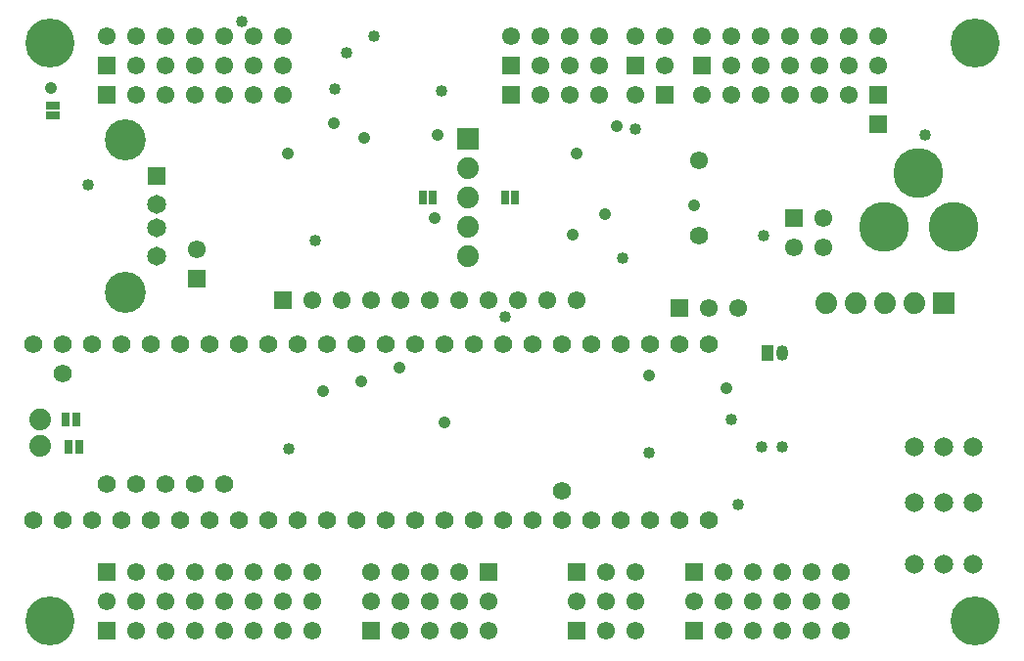
<source format=gbs>
G04 DipTrace 3.3.1.3*
G04 T4-T36-Breakout.gbs*
%MOIN*%
G04 #@! TF.FileFunction,Soldermask,Bot*
G04 #@! TF.Part,Single*
%ADD13C,0.04*%
%ADD33C,0.17*%
%ADD38C,0.065199*%
%ADD48R,0.025X0.05*%
%ADD49R,0.05X0.025*%
%ADD51R,0.074X0.074*%
%ADD52C,0.074*%
%ADD53C,0.06194*%
%ADD54C,0.074*%
%ADD69C,0.167*%
%ADD71C,0.042*%
%ADD87C,0.062*%
%ADD105O,0.04137X0.053181*%
%ADD107R,0.04137X0.053181*%
%ADD111C,0.139795*%
%ADD113C,0.064992*%
%ADD115R,0.064992X0.064992*%
%ADD121C,0.061055*%
%ADD123R,0.061055X0.061055*%
%FSLAX26Y26*%
G04*
G70*
G90*
G75*
G01*
G04 BotMask*
%LPD*%
D71*
X1517212Y2248700D3*
X553700Y2368700D3*
X1618700Y2198700D3*
X2343734Y2143503D3*
X1358700Y2143700D3*
X1858700Y1923700D3*
X1868700Y2208700D3*
X1608700Y1368700D3*
X1738700Y1413700D3*
X1478700Y1333700D3*
X1893700Y1228700D3*
X2478700Y2238700D3*
X2328700Y1868700D3*
X2853700Y1343700D3*
X2438469Y1938239D3*
X2743700Y1968700D3*
X2588700Y1388700D3*
D69*
X3700787Y551180D3*
X551180D3*
Y2519684D3*
X3700787D3*
D13*
X1653700Y2543700D3*
X1452700Y1848700D3*
X3043700Y1143700D3*
X1518700Y2363700D3*
X678700Y2038700D3*
X2498700Y1788700D3*
X2543700Y2228700D3*
X1883700Y2358700D3*
X1558700Y2488700D3*
X2978700Y1863700D3*
X2868700Y1238700D3*
X2893700Y948700D3*
X2588700Y1123700D3*
X1363700Y1138700D3*
X2973700Y1143700D3*
X3528700Y2208700D3*
X1201606Y2593700D3*
X2101228Y1586172D3*
D123*
X2768700Y2443700D3*
D121*
Y2543700D3*
X2868700Y2443700D3*
Y2543700D3*
X2968700Y2443700D3*
Y2543700D3*
X3068700Y2443700D3*
Y2543700D3*
X3168700Y2443700D3*
Y2543700D3*
X3268700Y2443700D3*
Y2543700D3*
X3368700Y2443700D3*
Y2543700D3*
D123*
X2118700Y2443700D3*
D121*
Y2543700D3*
X2218700Y2443700D3*
Y2543700D3*
X2318700Y2443700D3*
Y2543700D3*
X2418700Y2443700D3*
Y2543700D3*
D123*
X743700Y2443700D3*
D121*
Y2543700D3*
X843700Y2443700D3*
Y2543700D3*
X943700Y2443700D3*
Y2543700D3*
X1043700Y2443700D3*
Y2543700D3*
X1143700Y2443700D3*
Y2543700D3*
X1243700Y2443700D3*
Y2543700D3*
X1343700Y2443700D3*
Y2543700D3*
D123*
X743700Y518700D3*
D121*
Y618700D3*
X843700Y518700D3*
Y618700D3*
X943700Y518700D3*
Y618700D3*
X1043700Y518700D3*
Y618700D3*
X1143700Y518700D3*
Y618700D3*
X1243700Y518700D3*
Y618700D3*
X1343700Y518700D3*
Y618700D3*
X1443700Y518700D3*
Y618700D3*
D123*
X1643700Y518700D3*
D121*
Y618700D3*
X1743700Y518700D3*
Y618700D3*
X1843700Y518700D3*
Y618700D3*
X1943700Y518700D3*
Y618700D3*
X2043700Y518700D3*
Y618700D3*
D123*
X2743700Y518700D3*
D121*
Y618700D3*
X2843700Y518700D3*
Y618700D3*
X2943700Y518700D3*
Y618700D3*
X3043700Y518700D3*
Y618700D3*
X3143700Y518700D3*
Y618700D3*
X3243700Y518700D3*
Y618700D3*
D123*
X2343700Y518700D3*
D121*
Y618700D3*
X2443700Y518700D3*
Y618700D3*
X2543700Y518700D3*
Y618700D3*
D33*
X3388700Y1893700D3*
X3624920D3*
X3506810Y2078739D3*
D115*
X913700Y2068700D3*
D113*
Y1970275D3*
Y1891535D3*
Y1793109D3*
D111*
X807007Y2189566D3*
Y1672243D3*
D123*
X1343700Y1643700D3*
D121*
X1443700D3*
X1543700D3*
X1643700D3*
X1743700D3*
X1843700D3*
X1943700D3*
X2043700D3*
X2143700D3*
X2243700D3*
X2343700D3*
D38*
X3693700Y1143700D3*
X3593700D3*
X3493700D3*
X3693700Y953700D3*
X3593700D3*
X3493700D3*
X3693700Y743700D3*
X3593700D3*
X3493700D3*
D107*
X2993700Y1463700D3*
D105*
X3043700D3*
D123*
X743700Y718700D3*
D121*
X843700D3*
X943700D3*
X1043700D3*
X1143700D3*
X1243700D3*
X1343700D3*
X1443700D3*
D123*
X2043700D3*
D121*
X1943700D3*
X1843700D3*
X1743700D3*
X1643700D3*
D123*
X2743700D3*
D121*
X2843700D3*
X2943700D3*
X3043700D3*
X3143700D3*
X3243700D3*
D123*
X3368700Y2343700D3*
D121*
X3268700D3*
X3168700D3*
X3068700D3*
X2968700D3*
X2868700D3*
X2768700D3*
D123*
X2118700D3*
D121*
X2218700D3*
X2318700D3*
X2418700D3*
D123*
X743700D3*
D121*
X843700D3*
X943700D3*
X1043700D3*
X1143700D3*
X1243700D3*
X1343700D3*
D123*
X2343700Y718700D3*
D121*
X2443700D3*
X2543700D3*
D123*
X2643700Y2343700D3*
D121*
X2543700D3*
D123*
X3368700Y2243700D3*
X1048700Y1718700D3*
D121*
Y1818700D3*
D123*
X3083700Y1923700D3*
D121*
X3183700D3*
X3083700Y1823700D3*
X3183700D3*
D48*
X1818700Y1993700D3*
X1854133D3*
D49*
X558700Y2273267D3*
Y2308700D3*
D48*
X2098700Y1993700D3*
X2134133D3*
X648700Y1143700D3*
X613267D3*
X638700Y1238700D3*
X603267D3*
D87*
X2758700Y1863700D3*
D121*
Y2119653D3*
D51*
X3593700Y1633700D3*
D52*
X3493700D3*
X3393700D3*
X3193700D3*
X3293700D3*
D53*
X493700Y893700D3*
X593700D3*
X693700D3*
X793700D3*
X893700D3*
X993700D3*
X1093700D3*
X1193700D3*
X1293700D3*
X1393700D3*
X1493700D3*
X1593700D3*
X1693700D3*
X1793700D3*
X2293700Y993700D3*
X593700Y1393700D3*
D54*
X515700Y1238700D3*
Y1148700D3*
D53*
X2093700Y1493700D3*
X1793700D3*
X1693700D3*
X1593700D3*
X1493700D3*
X1393700D3*
X1293700D3*
X1193700D3*
X1093700D3*
X993700D3*
X893700D3*
X793700D3*
X693700D3*
X593700D3*
X493700D3*
X743700Y1018700D3*
X843700D3*
X943700D3*
X2393700Y893700D3*
X2493700D3*
X2293700D3*
X2193700D3*
X2093700D3*
X1993700D3*
X2593700D3*
X2693700D3*
X2793700D3*
Y1493700D3*
X1893700Y893700D3*
X2693700Y1493700D3*
X1893700D3*
X2593700D3*
X2393700D3*
X2293700D3*
X2193700D3*
X2493700D3*
X1993700D3*
X1043700Y1018700D3*
X1143700D3*
D51*
X1973700Y2193700D3*
D52*
Y2093700D3*
Y1993700D3*
Y1793700D3*
Y1893700D3*
D123*
X2543700Y2443700D3*
D121*
Y2543700D3*
X2643700Y2443700D3*
Y2543700D3*
D123*
X2693700Y1618700D3*
D121*
X2793700D3*
X2893700D3*
M02*

</source>
